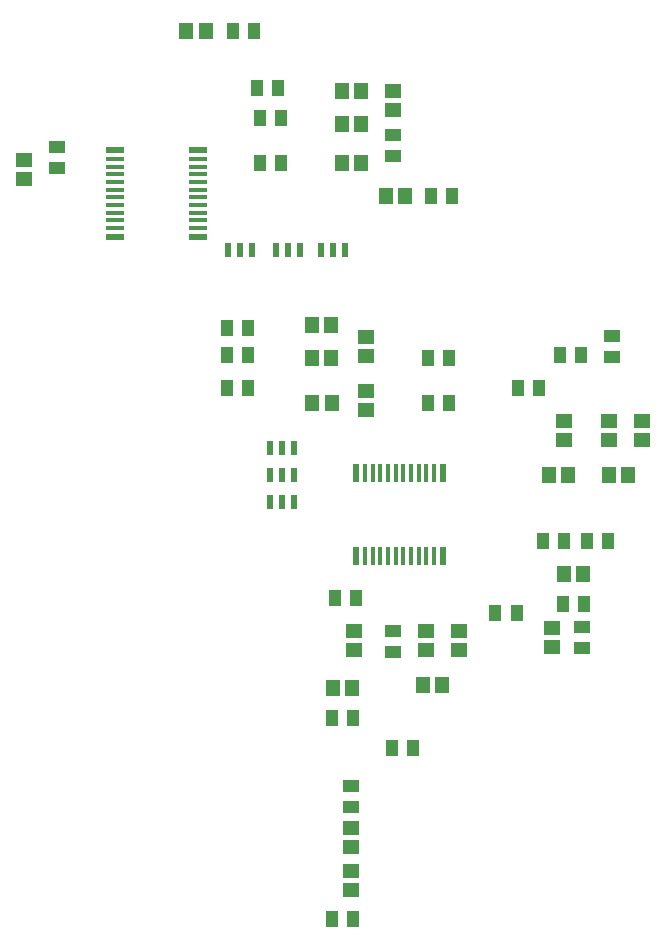
<source format=gbr>
%FSTAX23Y23*%
%MOMM*%
%SFA1B1*%

%IPPOS*%
%ADD10R,0.599999X1.599997*%
%ADD11R,0.399999X1.599997*%
%ADD12R,0.634999X1.269997*%
%ADD13R,1.599997X0.599999*%
%ADD14R,1.599997X0.399999*%
%ADD15R,1.456197X1.304637*%
%ADD16R,0.999998X1.349997*%
%ADD17R,1.304637X1.456197*%
%ADD18R,1.349997X0.999998*%
%LNthrottlerlidpcb_paste_top-1*%
%LPD*%
G54D10*
X-23994Y06151D03*
X-16644D03*
Y13151D03*
X-23994D03*
G54D11*
X-23244Y06151D03*
X-22594D03*
X-21944D03*
X-21294D03*
X-20644D03*
X-19994D03*
X-19344D03*
X-18694D03*
X-18044D03*
X-17394D03*
Y13151D03*
X-18044D03*
X-18694D03*
X-19344D03*
X-19994D03*
X-20644D03*
X-21294D03*
X-21944D03*
X-22594D03*
X-23244D03*
G54D12*
X-2921Y1524D03*
X-30226D03*
X-31242D03*
X-2921Y12954D03*
X-30226D03*
X-31242D03*
X-2921Y10668D03*
X-30226D03*
X-31242D03*
X-32766Y32004D03*
X-33782D03*
X-34798D03*
X-28702D03*
X-29718D03*
X-30734D03*
X-24892D03*
X-25908D03*
X-26924D03*
G54D13*
X-44393Y33154D03*
Y40504D03*
X-37393D03*
Y33154D03*
G54D14*
X-44393Y33904D03*
Y34554D03*
Y35204D03*
Y35854D03*
Y36504D03*
Y37154D03*
Y37804D03*
Y38454D03*
Y39104D03*
Y39754D03*
X-37393D03*
Y39104D03*
Y38454D03*
Y37804D03*
Y37154D03*
Y36504D03*
Y35854D03*
Y35204D03*
Y34554D03*
Y33904D03*
G54D15*
X-2413Y-01865D03*
Y-00254D03*
X00254Y15958D03*
Y17569D03*
X-0254Y15958D03*
Y17569D03*
X-0635Y15958D03*
Y17569D03*
X-18034Y-01821D03*
Y-0021D03*
X-1524Y-01821D03*
Y-0021D03*
X-24384Y-20574D03*
Y-22185D03*
X-20828Y45509D03*
Y43898D03*
X-24384Y-18498D03*
Y-16886D03*
X-5207Y38056D03*
Y39667D03*
X-07366Y00043D03*
Y-01567D03*
X-23114Y20109D03*
Y18498D03*
Y24681D03*
Y2307D03*
G54D16*
X-25791Y0254D03*
X-23991D03*
X-08149Y07366D03*
X-0635D03*
X-04455D03*
X-02655D03*
X-06741Y23114D03*
X-04941D03*
X-10297Y2032D03*
X-08497D03*
X-10391Y0127D03*
X-12192D03*
X-32141Y3937D03*
X-30341D03*
X-26045Y-0762D03*
X-24245D03*
X-32141Y4318D03*
X-30341D03*
X-20965Y-1016D03*
X-19165D03*
X-32395Y4572D03*
X-30595D03*
X-32627Y50546D03*
X-34427D03*
X-15863Y36576D03*
X-17663D03*
X-26045Y-24638D03*
X-24245D03*
X-34935Y2032D03*
X-33135D03*
X-04687Y02032D03*
X-06487D03*
X-34935Y23114D03*
X-33135D03*
X-34935Y254D03*
X-33135D03*
X-16117Y1905D03*
X-17917D03*
X-16117Y2286D03*
X-17917D03*
G54D17*
X-07663Y12954D03*
X-06052D03*
X-00972D03*
X-02583D03*
X-23578Y3937D03*
X-25189D03*
X-25951Y-0508D03*
X-2434D03*
X-23578Y42672D03*
X-25189D03*
X-1672Y-04826D03*
X-18331D03*
X-23578Y45466D03*
X-25189D03*
X-38354Y50546D03*
X-36742D03*
X-21423Y36576D03*
X-19812D03*
X-26074Y1905D03*
X-27686D03*
X-04782Y04572D03*
X-06393D03*
X-26118Y2286D03*
X-27729D03*
X-26118Y25654D03*
X-27729D03*
G54D18*
X-20828Y-02032D03*
Y-00231D03*
X-02286Y24775D03*
Y22975D03*
X-20828Y39993D03*
Y41793D03*
X-24384Y-13323D03*
Y-15123D03*
X-49276Y38977D03*
Y40777D03*
X-04826Y00137D03*
Y-01661D03*
M02*
</source>
